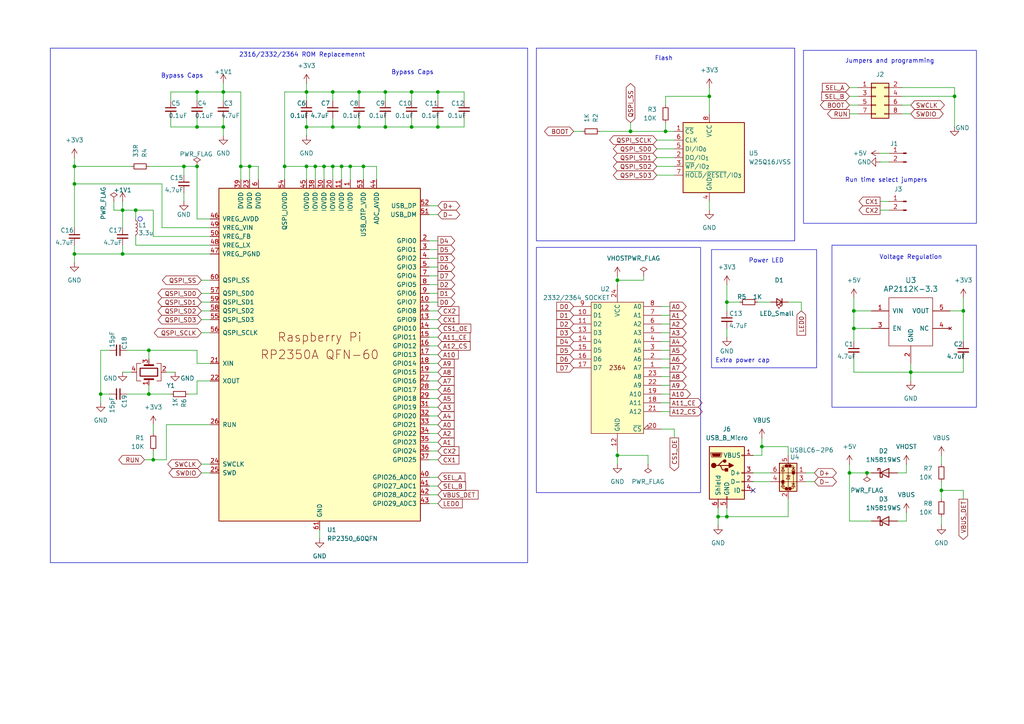
<source format=kicad_sch>
(kicad_sch (version 20250114) (generator "eeschema") (generator_version "9.0")
  (paper "A4")
  (title_block (title "One ROM") (date "2025-12-04") (rev "Fire 24 rev B") (company "piers.rocks") (comment 1 "(c) Piers Finlayson 2025"))
  (lib_symbols
    (symbol "Connector:Conn_01x02_Pin" (pin_names (offset 1.016) (hide yes))
      (property "Reference" "J" (at 0 2.54 0))
      (property "Value" "Conn_01x02_Pin" (at 0 -5.08 0))
      (symbol "Conn_01x02_Pin_1_1"
        (pin passive line (at 5.08 0 180) (length 3.81) (name "Pin_1") (number "1"))
        (pin passive line (at 5.08 -2.54 180) (length 3.81) (name "Pin_2") (number "2"))
      )
    )
    (symbol "Connector:USB_B_Micro" (pin_names (offset 1.016))
      (property "Reference" "J" (at -5.08 11.43 0))
      (property "Value" "USB_B_Micro" (at -5.08 8.89 0))
      (symbol "USB_B_Micro_1_1"
        (pin passive line (at -2.54 -10.16 90) (length 2.54) (name "Shield") (number "6"))
        (pin power_out line (at 0 -10.16 90) (length 2.54) (name "GND") (number "5"))
        (pin power_out line (at 7.62 5.08 180) (length 2.54) (name "VBUS") (number "1"))
        (pin bidirectional line (at 7.62 0 180) (length 2.54) (name "D+") (number "3"))
        (pin bidirectional line (at 7.62 -2.54 180) (length 2.54) (name "D-") (number "2"))
        (pin passive line (at 7.62 -5.08 180) (length 2.54) (name "ID") (number "4"))
      )
    )
    (symbol "Connector_Generic:Conn_02x04_Odd_Even" (pin_names (offset 1.016) (hide yes))
      (property "Reference" "J" (at 1.27 5.08 0))
      (property "Value" "Conn_02x04_Odd_Even" (at 1.27 -7.62 0))
      (symbol "Conn_02x04_Odd_Even_1_1"
        (pin passive line (at -5.08 2.54 0) (length 3.81) (name "Pin_1") (number "1"))
        (pin passive line (at -5.08 0 0) (length 3.81) (name "Pin_3") (number "3"))
        (pin passive line (at -5.08 -2.54 0) (length 3.81) (name "Pin_5") (number "5"))
        (pin passive line (at -5.08 -5.08 0) (length 3.81) (name "Pin_7") (number "7"))
        (pin passive line (at 7.62 2.54 180) (length 3.81) (name "Pin_2") (number "2"))
        (pin passive line (at 7.62 0 180) (length 3.81) (name "Pin_4") (number "4"))
        (pin passive line (at 7.62 -2.54 180) (length 3.81) (name "Pin_6") (number "6"))
        (pin passive line (at 7.62 -5.08 180) (length 3.81) (name "Pin_8") (number "8"))
      )
    )
    (symbol "Device:C_Small" (pin_numbers (hide yes)) (pin_names (offset 0.254) (hide yes))
      (property "Reference" "C" (at 0.254 1.778 0))
      (property "Value" "C_Small" (at 0.254 -2.032 0))
      (symbol "C_Small_1_1"
        (pin passive line (at 0 2.54 270) (length 2.032) (name "~") (number "1"))
        (pin passive line (at 0 -2.54 90) (length 2.032) (name "~") (number "2"))
      )
    )
    (symbol "Device:Crystal_GND24" (pin_names (offset 1.016) (hide yes))
      (property "Reference" "Y" (at 3.175 5.08 0))
      (property "Value" "Crystal_GND24" (at 3.175 3.175 0))
      (symbol "Crystal_GND24_1_1"
        (pin passive line (at -3.81 0 0) (length 1.27) (name "1") (number "1"))
        (pin passive line (at 0 5.08 270) (length 1.27) (name "2") (number "2"))
        (pin passive line (at 0 -5.08 90) (length 1.27) (name "4") (number "4"))
        (pin passive line (at 3.81 0 180) (length 1.27) (name "3") (number "3"))
      )
    )
    (symbol "Device:LED_Small" (pin_numbers (hide yes)) (pin_names (offset 0.254) (hide yes))
      (property "Reference" "D" (at -1.27 3.175 0))
      (property "Value" "LED_Small" (at -4.445 -2.54 0))
      (symbol "LED_Small_1_1"
        (pin passive line (at -2.54 0 0) (length 1.778) (name "K") (number "1"))
        (pin passive line (at 2.54 0 180) (length 1.778) (name "A") (number "2"))
      )
    )
    (symbol "Device:L_Small" (pin_numbers (hide yes)) (pin_names (offset 0.254) (hide yes))
      (property "Reference" "L" (at 0.762 1.016 0))
      (property "Value" "L_Small" (at 0.762 -1.016 0))
      (symbol "L_Small_1_1"
        (pin passive line (at 0 2.54 270) (length 0.508) (name "~") (number "1"))
        (pin passive line (at 0 -2.54 90) (length 0.508) (name "~") (number "2"))
      )
    )
    (symbol "Device:R_Small" (pin_numbers (hide yes)) (pin_names (offset 0.254) (hide yes))
      (property "Reference" "R" (at 0.762 0.508 0))
      (property "Value" "R_Small" (at 0.762 -1.016 0))
      (symbol "R_Small_1_1"
        (pin passive line (at 0 2.54 270) (length 0.762) (name "~") (number "1"))
        (pin passive line (at 0 -2.54 90) (length 0.762) (name "~") (number "2"))
      )
    )
    (symbol "Diode:1N5819WS" (pin_numbers (hide yes)) (pin_names (offset 1.016) (hide yes))
      (property "Reference" "D" (at 0 2.54 0))
      (property "Value" "1N5819WS" (at 0 -2.54 0))
      (symbol "1N5819WS_1_1"
        (pin passive line (at -3.81 0 0) (length 2.54) (name "K") (number "1"))
        (pin passive line (at 3.81 0 180) (length 2.54) (name "A") (number "2"))
      )
    )
    (symbol "Memory_Flash:W25Q16JVSS"
      (property "Reference" "U" (at -6.35 11.43 0))
      (property "Value" "W25Q16JVSS" (at 7.62 11.43 0))
      (symbol "W25Q16JVSS_1_1"
        (pin input line (at -10.16 7.62 0) (length 2.54) (name "~{CS}") (number "1"))
        (pin input line (at -10.16 5.08 0) (length 2.54) (name "CLK") (number "6"))
        (pin bidirectional line (at -10.16 2.54 0) (length 2.54) (name "DI/IO_{0}") (number "5"))
        (pin bidirectional line (at -10.16 0 0) (length 2.54) (name "DO/IO_{1}") (number "2"))
        (pin bidirectional line (at -10.16 -2.54 0) (length 2.54) (name "~{WP}/IO_{2}") (number "3"))
        (pin bidirectional line (at -10.16 -5.08 0) (length 2.54) (name "~{HOLD}/~{RESET}/IO_{3}") (number "7"))
        (pin power_in line (at 0 12.7 270) (length 2.54) (name "VCC") (number "8"))
        (pin power_in line (at 0 -12.7 90) (length 2.54) (name "GND") (number "4"))
      )
    )
    (symbol "Power_Protection:USBLC6-2P6" (pin_names (hide yes))
      (property "Reference" "U" (at 0.635 5.715 0))
      (property "Value" "USBLC6-2P6" (at 0.635 3.81 0))
      (symbol "USBLC6-2P6_1_1"
        (pin passive line (at -5.08 0 0) (length 2.54) (name "I/O1") (number "1"))
        (pin passive line (at -5.08 -2.54 0) (length 2.54) (name "I/O2") (number "3"))
        (pin passive line (at 0 5.08 270) (length 2.54) (name "VBUS") (number "5"))
        (pin passive line (at 0 -7.62 90) (length 2.54) (name "GND") (number "2"))
        (pin passive line (at 5.08 0 180) (length 2.54) (name "I/O1") (number "6"))
        (pin passive line (at 5.08 -2.54 180) (length 2.54) (name "I/O2") (number "4"))
      )
    )
    (symbol "RP:RP2350_60QFN" (pin_names (offset 1.016))
      (property "Reference" "U" (at -29.21 49.53 0))
      (property "Value" "RP2350_60QFN" (at 24.13 -49.53 0))
      (symbol "RP2350_60QFN_0_0"
        (text "Raspberry Pi" (at 0 5.08 0) (effects (font (size 2.54 2.54))))
      )
      (symbol "RP2350_60QFN_1_0"
        (text "RP2350A QFN-60" (at 0 0 0) (effects (font (size 2.54 2.54))))
      )
      (symbol "RP2350_60QFN_1_1"
        (pin power_in line (at -31.75 39.37 0) (length 2.54) (name "VREG_AVDD") (number "46"))
        (pin power_in line (at -31.75 36.83 0) (length 2.54) (name "VREG_VIN") (number "49"))
        (pin input line (at -31.75 34.29 0) (length 2.54) (name "VREG_FB") (number "50"))
        (pin power_out line (at -31.75 31.75 0) (length 2.54) (name "VREG_LX") (number "48"))
        (pin power_in line (at -31.75 29.21 0) (length 2.54) (name "VREG_PGND") (number "47"))
        (pin bidirectional line (at -31.75 21.59 0) (length 2.54) (name "QSPI_SS") (number "60"))
        (pin bidirectional line (at -31.75 17.78 0) (length 2.54) (name "QSPI_SD0") (number "57"))
        (pin bidirectional line (at -31.75 15.24 0) (length 2.54) (name "QSPI_SD1") (number "59"))
        (pin bidirectional line (at -31.75 12.7 0) (length 2.54) (name "QSPI_SD2") (number "58"))
        (pin bidirectional line (at -31.75 10.16 0) (length 2.54) (name "QSPI_SD3") (number "55"))
        (pin output line (at -31.75 6.35 0) (length 2.54) (name "QSPI_SCLK") (number "56"))
        (pin input line (at -31.75 -2.54 0) (length 2.54) (name "XIN") (number "21"))
        (pin passive line (at -31.75 -7.62 0) (length 2.54) (name "XOUT") (number "22"))
        (pin input line (at -31.75 -20.32 0) (length 2.54) (name "RUN") (number "26"))
        (pin output line (at -31.75 -31.75 0) (length 2.54) (name "SWCLK") (number "24"))
        (pin bidirectional line (at -31.75 -34.29 0) (length 2.54) (name "SWD") (number "25"))
        (pin power_in line (at -22.86 50.8 270) (length 2.54) (name "DVDD") (number "39"))
        (pin power_in line (at -20.32 50.8 270) (length 2.54) (name "DVDD") (number "23"))
        (pin power_in line (at -17.78 50.8 270) (length 2.54) (name "DVDD") (number "6"))
        (pin power_in line (at -10.16 50.8 270) (length 2.54) (name "QSPI_IOVDD") (number "54"))
        (pin power_in line (at -3.81 50.8 270) (length 2.54) (name "IOVDD") (number "45"))
        (pin power_in line (at -1.27 50.8 270) (length 2.54) (name "IOVDD") (number "38"))
        (pin power_in line (at 0 -50.8 90) (length 2.54) (name "GND") (number "61"))
        (pin power_in line (at 1.27 50.8 270) (length 2.54) (name "IOVDD") (number "30"))
        (pin power_in line (at 3.81 50.8 270) (length 2.54) (name "IOVDD") (number "20"))
        (pin power_in line (at 6.35 50.8 270) (length 2.54) (name "IOVDD") (number "11"))
        (pin power_in line (at 8.89 50.8 270) (length 2.54) (name "IOVDD") (number "1"))
        (pin power_in line (at 12.7 50.8 270) (length 2.54) (name "USB_OTP_VDD") (number "53"))
        (pin power_in line (at 16.51 50.8 270) (length 2.54) (name "ADC_AVDD") (number "44"))
        (pin bidirectional line (at 31.75 43.18 180) (length 2.54) (name "USB_DP") (number "52"))
        (pin bidirectional line (at 31.75 40.64 180) (length 2.54) (name "USB_DM") (number "51"))
        (pin bidirectional line (at 31.75 33.02 180) (length 2.54) (name "GPIO0") (number "2"))
        (pin bidirectional line (at 31.75 30.48 180) (length 2.54) (name "GPIO1") (number "3"))
        (pin bidirectional line (at 31.75 27.94 180) (length 2.54) (name "GPIO2") (number "4"))
        (pin bidirectional line (at 31.75 25.4 180) (length 2.54) (name "GPIO3") (number "5"))
        (pin bidirectional line (at 31.75 22.86 180) (length 2.54) (name "GPIO4") (number "7"))
        (pin bidirectional line (at 31.75 20.32 180) (length 2.54) (name "GPIO5") (number "8"))
        (pin bidirectional line (at 31.75 17.78 180) (length 2.54) (name "GPIO6") (number "9"))
        (pin bidirectional line (at 31.75 15.24 180) (length 2.54) (name "GPIO7") (number "10"))
        (pin bidirectional line (at 31.75 12.7 180) (length 2.54) (name "GPIO8") (number "12"))
        (pin bidirectional line (at 31.75 10.16 180) (length 2.54) (name "GPIO9") (number "13"))
        (pin bidirectional line (at 31.75 7.62 180) (length 2.54) (name "GPIO10") (number "14"))
        (pin bidirectional line (at 31.75 5.08 180) (length 2.54) (name "GPIO11") (number "15"))
        (pin bidirectional line (at 31.75 2.54 180) (length 2.54) (name "GPIO12") (number "16"))
        (pin bidirectional line (at 31.75 0 180) (length 2.54) (name "GPIO13") (number "17"))
        (pin bidirectional line (at 31.75 -2.54 180) (length 2.54) (name "GPIO14") (number "18"))
        (pin bidirectional line (at 31.75 -5.08 180) (length 2.54) (name "GPIO15") (number "19"))
        (pin bidirectional line (at 31.75 -7.62 180) (length 2.54) (name "GPIO16") (number "27"))
        (pin bidirectional line (at 31.75 -10.16 180) (length 2.54) (name "GPIO17") (number "28"))
        (pin bidirectional line (at 31.75 -12.7 180) (length 2.54) (name "GPIO18") (number "29"))
        (pin bidirectional line (at 31.75 -15.24 180) (length 2.54) (name "GPIO19") (number "31"))
        (pin bidirectional line (at 31.75 -17.78 180) (length 2.54) (name "GPIO20") (number "32"))
        (pin bidirectional line (at 31.75 -20.32 180) (length 2.54) (name "GPIO21") (number "33"))
        (pin bidirectional line (at 31.75 -22.86 180) (length 2.54) (name "GPIO22") (number "34"))
        (pin bidirectional line (at 31.75 -25.4 180) (length 2.54) (name "GPIO23") (number "35"))
        (pin bidirectional line (at 31.75 -27.94 180) (length 2.54) (name "GPIO24") (number "36"))
        (pin bidirectional line (at 31.75 -30.48 180) (length 2.54) (name "GPIO25") (number "37"))
        (pin bidirectional line (at 31.75 -35.56 180) (length 2.54) (name "GPIO26_ADC0") (number "40"))
        (pin bidirectional line (at 31.75 -38.1 180) (length 2.54) (name "GPIO27_ADC1") (number "41"))
        (pin bidirectional line (at 31.75 -40.64 180) (length 2.54) (name "GPIO28_ADC2") (number "42"))
        (pin bidirectional line (at 31.75 -43.18 180) (length 2.54) (name "GPIO29_ADC3") (number "43"))
      )
    )
    (symbol "piers_old:RT9013" (pin_names (offset 1.016))
      (property "Reference" "U" (at 5.08 11.43 0))
      (property "Value" "RT9013" (at -2.54 11.43 0))
      (symbol "RT9013_1_1"
        (pin power_in line (at -11.43 5.08 0) (length 5.08) (name "VIN") (number "1"))
        (pin input line (at -11.43 0 0) (length 5.08) (name "EN") (number "3"))
        (pin power_in line (at 0 -10.16 90) (length 5.08) (name "GND") (number "2"))
        (pin power_out line (at 11.43 5.08 180) (length 5.08) (name "VOUT") (number "5"))
        (pin no_connect line (at 11.43 0 180) (length 5.08) (name "NC") (number "4"))
      )
    )
    (symbol "piers_retro:2364"
      (property "Reference" "U" (at 3.048 23.114 0))
      (symbol "2364_1_1"
        (text "2364" (at 0 0 0) (effects (font (size 1.27 1.27))))
        (pin input line (at -12.7 17.78 0) (length 5.08) (name "A0") (number "8"))
        (pin input line (at -12.7 15.24 0) (length 5.08) (name "A1") (number "7"))
        (pin input line (at -12.7 12.7 0) (length 5.08) (name "A2") (number "6"))
        (pin input line (at -12.7 10.16 0) (length 5.08) (name "A3") (number "5"))
        (pin input line (at -12.7 7.62 0) (length 5.08) (name "A4") (number "4"))
        (pin input line (at -12.7 5.08 0) (length 5.08) (name "A5") (number "3"))
        (pin input line (at -12.7 2.54 0) (length 5.08) (name "A6") (number "2"))
        (pin input line (at -12.7 0 0) (length 5.08) (name "A7") (number "1"))
        (pin input line (at -12.7 -2.54 0) (length 5.08) (name "A8") (number "23"))
        (pin input line (at -12.7 -5.08 0) (length 5.08) (name "A9") (number "22"))
        (pin input line (at -12.7 -7.62 0) (length 5.08) (name "A10") (number "19"))
        (pin input line (at -12.7 -10.16 0) (length 5.08) (name "A11") (number "18"))
        (pin input line (at -12.7 -12.7 0) (length 5.08) (name "A12") (number "21"))
        (pin input input_low (at -12.7 -17.78 0) (length 5.08) (name "~{CS}") (number "20"))
        (pin power_in line (at 0 24.13 270) (length 5.08) (name "VCC") (number "24"))
        (pin power_in line (at 0 -24.13 90) (length 5.08) (name "GND") (number "12"))
        (pin tri_state line (at 12.7 17.78 180) (length 5.08) (name "D0") (number "9"))
        (pin tri_state line (at 12.7 15.24 180) (length 5.08) (name "D1") (number "10"))
        (pin tri_state line (at 12.7 12.7 180) (length 5.08) (name "D2") (number "11"))
        (pin tri_state line (at 12.7 10.16 180) (length 5.08) (name "D3") (number "13"))
        (pin tri_state line (at 12.7 7.62 180) (length 5.08) (name "D4") (number "14"))
        (pin tri_state line (at 12.7 5.08 180) (length 5.08) (name "D5") (number "15"))
        (pin tri_state line (at 12.7 2.54 180) (length 5.08) (name "D6") (number "16"))
        (pin tri_state line (at 12.7 0 180) (length 5.08) (name "D7") (number "17"))
      )
    )
    (symbol "power:+1V1" (power) (pin_numbers (hide yes)) (pin_names (offset 0) (hide yes))
      (property "Value" "+1V1" (at 0 3.556 0))
      (symbol "+1V1_1_1"
        (pin power_in line (at 0 0 90) (length 0) (name "~") (number "1"))
      )
    )
    (symbol "power:+3V3" (power) (pin_numbers (hide yes)) (pin_names (offset 0) (hide yes))
      (property "Value" "+3V3" (at 0 3.556 0))
      (symbol "+3V3_1_1"
        (pin power_in line (at 0 0 90) (length 0) (name "~") (number "1"))
      )
    )
    (symbol "power:+5V" (power) (pin_numbers (hide yes)) (pin_names (offset 0) (hide yes))
      (property "Value" "+5V" (at 0 3.556 0))
      (symbol "+5V_1_1"
        (pin power_in line (at 0 0 90) (length 0) (name "~") (number "1"))
      )
    )
    (symbol "power:GND" (power) (pin_numbers (hide yes)) (pin_names (offset 0) (hide yes))
      (property "Value" "GND" (at 0 -3.81 0))
      (symbol "GND_1_1"
        (pin power_in line (at 0 0 270) (length 0) (name "~") (number "1"))
      )
    )
    (symbol "power:PWR_FLAG" (power) (pin_numbers (hide yes)) (pin_names (offset 0) (hide yes))
      (property "Value" "PWR_FLAG" (at 0 3.81 0))
      (symbol "PWR_FLAG_0_0"
        (pin power_out line (at 0 0 90) (length 0) (name "~") (number "1"))
      )
    )
  )
  (rectangle (start 155.575 71.755) (end 203.2 142.875))
  (circle (center 40.64 63.5) (radius 0.635))
  (rectangle (start 155.575 13.97) (end 230.505 69.85))
  (rectangle (start 236.855 99.06) (end 236.855 99.06))
  (rectangle (start 14.605 13.97) (end 153.035 163.195))
  (rectangle (start 233.045 14.605) (end 283.21 64.77))
  (rectangle (start 206.375 72.39) (end 236.855 106.68))
  (rectangle (start 241.3 71.12) (end 283.21 118.11))
  (text "Run time select jumpers" (at 257.048 52.324 0) (effects (font (size 1.27 1.27))))
  (text "Voltage Regulation" (at 264.16 74.676 0) (effects (font (size 1.27 1.27))))
  (text "Extra power cap" (at 215.392 104.648 0) (effects (font (size 1.27 1.27))))
  (text "2316/2332/2364 ROM Replacemennt" (at 87.63 16.002 0) (effects (font (size 1.27 1.27))))
  (text "Bypass Caps" (at 52.832 22.098 0) (effects (font (size 1.27 1.27))))
  (text "Power LED" (at 222.25 75.692 0) (effects (font (size 1.27 1.27))))
  (text "Bypass Caps" (at 119.634 21.082 0) (effects (font (size 1.27 1.27))))
  (text "Flash" (at 192.532 17.018 0) (effects (font (size 1.27 1.27))))
  (text "Jumpers and programming" (at 258.064 17.78 0) (effects (font (size 1.27 1.27))))
  (junction (at 35.56 60.96))
  (junction (at 21.59 48.26))
  (junction (at 21.59 73.66))
  (junction (at 104.14 36.83))
  (junction (at 104.14 26.67))
  (junction (at 82.55 48.26))
  (junction (at 96.52 36.83))
  (junction (at 179.07 132.08))
  (junction (at 273.05 142.24))
  (junction (at 72.39 48.26))
  (junction (at 119.38 26.67))
  (junction (at 57.15 36.83))
  (junction (at 43.18 114.3))
  (junction (at 111.76 36.83))
  (junction (at 29.21 114.3))
  (junction (at 182.88 38.1))
  (junction (at 35.56 73.66))
  (junction (at 69.85 48.26))
  (junction (at 64.77 26.67))
  (junction (at 208.28 149.86))
  (junction (at 205.74 27.94))
  (junction (at 179.07 81.28))
  (junction (at 247.65 90.17))
  (junction (at 96.52 48.26))
  (junction (at 88.9 26.67))
  (junction (at 57.15 26.67))
  (junction (at 105.41 48.26))
  (junction (at 91.44 48.26))
  (junction (at 264.16 107.95))
  (junction (at 99.06 48.26))
  (junction (at 21.59 53.34))
  (junction (at 101.6 48.26))
  (junction (at 210.82 149.86))
  (junction (at 88.9 48.26))
  (junction (at 210.82 87.63))
  (junction (at 247.65 95.25))
  (junction (at 93.98 48.26))
  (junction (at 53.34 48.26))
  (junction (at 44.45 133.35))
  (junction (at 193.04 38.1))
  (junction (at 127 26.67))
  (junction (at 88.9 36.83))
  (junction (at 246.38 137.16))
  (junction (at 127 36.83))
  (junction (at 96.52 26.67))
  (junction (at 220.98 129.54))
  (junction (at 119.38 36.83))
  (junction (at 39.37 60.96))
  (junction (at 64.77 36.83))
  (junction (at 111.76 26.67))
  (junction (at 251.46 137.16))
  (junction (at 279.4 90.17))
  (junction (at 57.15 48.26))
  (junction (at 276.86 27.94))
  (junction (at 43.18 101.6))
  (no_connect (at 218.44 142.24))
  (wire (pts (xy 279.4 90.17) (xy 279.4 99.06)))
  (wire (pts (xy 91.44 48.26) (xy 93.98 48.26)))
  (wire (pts (xy 232.41 87.63) (xy 232.41 90.17)))
  (wire (pts (xy 93.98 48.26) (xy 96.52 48.26)))
  (wire (pts (xy 186.69 81.28) (xy 179.07 81.28)))
  (wire (pts (xy 92.71 153.67) (xy 92.71 156.21)))
  (wire (pts (xy 44.45 68.58) (xy 60.96 68.58)))
  (wire (pts (xy 43.18 101.6) (xy 43.18 104.14)))
  (wire (pts (xy 220.98 129.54) (xy 228.6 129.54)))
  (wire (pts (xy 104.14 29.21) (xy 104.14 26.67)))
  (wire (pts (xy 119.38 34.29) (xy 119.38 36.83)))
  (wire (pts (xy 191.77 101.6) (xy 194.31 101.6)))
  (wire (pts (xy 69.85 26.67) (xy 64.77 26.67)))
  (wire (pts (xy 58.42 92.71) (xy 60.96 92.71)))
  (wire (pts (xy 88.9 52.07) (xy 88.9 48.26)))
  (wire (pts (xy 208.28 147.32) (xy 208.28 149.86)))
  (wire (pts (xy 104.14 36.83) (xy 104.14 34.29)))
  (wire (pts (xy 246.38 30.48) (xy 248.92 30.48)))
  (wire (pts (xy 43.18 111.76) (xy 43.18 114.3)))
  (wire (pts (xy 124.46 128.27) (xy 127 128.27)))
  (wire (pts (xy 273.05 132.08) (xy 273.05 134.62)))
  (wire (pts (xy 246.38 25.4) (xy 248.92 25.4)))
  (wire (pts (xy 247.65 107.95) (xy 264.16 107.95)))
  (wire (pts (xy 127 77.47) (xy 124.46 77.47)))
  (wire (pts (xy 49.53 26.67) (xy 49.53 29.21)))
  (wire (pts (xy 93.98 48.26) (xy 93.98 52.07)))
  (wire (pts (xy 99.06 48.26) (xy 99.06 52.07)))
  (wire (pts (xy 29.21 116.84) (xy 29.21 114.3)))
  (wire (pts (xy 101.6 52.07) (xy 101.6 48.26)))
  (wire (pts (xy 21.59 48.26) (xy 21.59 53.34)))
  (wire (pts (xy 195.58 124.46) (xy 195.58 127)))
  (wire (pts (xy 262.89 134.62) (xy 262.89 137.16)))
  (wire (pts (xy 53.34 55.88) (xy 53.34 58.42)))
  (wire (pts (xy 127 146.05) (xy 124.46 146.05)))
  (wire (pts (xy 191.77 96.52) (xy 194.31 96.52)))
  (wire (pts (xy 119.38 26.67) (xy 127 26.67)))
  (wire (pts (xy 91.44 52.07) (xy 91.44 48.26)))
  (wire (pts (xy 57.15 36.83) (xy 64.77 36.83)))
  (wire (pts (xy 264.16 107.95) (xy 264.16 110.49)))
  (wire (pts (xy 276.86 27.94) (xy 276.86 25.4)))
  (wire (pts (xy 57.15 36.83) (xy 57.15 34.29)))
  (wire (pts (xy 246.38 27.94) (xy 248.92 27.94)))
  (wire (pts (xy 255.27 44.45) (xy 257.81 44.45)))
  (wire (pts (xy 35.56 60.96) (xy 35.56 66.04)))
  (wire (pts (xy 233.68 139.7) (xy 236.22 139.7)))
  (wire (pts (xy 57.15 110.49) (xy 60.96 110.49)))
  (wire (pts (xy 233.68 137.16) (xy 236.22 137.16)))
  (wire (pts (xy 210.82 87.63) (xy 210.82 90.17)))
  (wire (pts (xy 210.82 95.25) (xy 210.82 97.79)))
  (wire (pts (xy 82.55 52.07) (xy 82.55 48.26)))
  (wire (pts (xy 58.42 96.52) (xy 60.96 96.52)))
  (wire (pts (xy 191.77 88.9) (xy 194.31 88.9)))
  (wire (pts (xy 39.37 71.12) (xy 39.37 68.58)))
  (wire (pts (xy 29.21 114.3) (xy 29.21 101.6)))
  (wire (pts (xy 57.15 48.26) (xy 53.34 48.26)))
  (wire (pts (xy 104.14 26.67) (xy 111.76 26.67)))
  (wire (pts (xy 205.74 25.4) (xy 205.74 27.94)))
  (wire (pts (xy 220.98 129.54) (xy 220.98 127)))
  (wire (pts (xy 88.9 26.67) (xy 88.9 29.21)))
  (wire (pts (xy 96.52 34.29) (xy 96.52 36.83)))
  (wire (pts (xy 124.46 100.33) (xy 127 100.33)))
  (wire (pts (xy 36.83 114.3) (xy 43.18 114.3)))
  (wire (pts (xy 44.45 123.19) (xy 44.45 125.73)))
  (wire (pts (xy 46.99 53.34) (xy 21.59 53.34)))
  (wire (pts (xy 39.37 60.96) (xy 44.45 60.96)))
  (wire (pts (xy 57.15 26.67) (xy 64.77 26.67)))
  (wire (pts (xy 64.77 24.13) (xy 64.77 26.67)))
  (wire (pts (xy 279.4 107.95) (xy 279.4 104.14)))
  (wire (pts (xy 60.96 66.04) (xy 46.99 66.04)))
  (wire (pts (xy 74.93 48.26) (xy 72.39 48.26)))
  (wire (pts (xy 21.59 73.66) (xy 35.56 73.66)))
  (wire (pts (xy 210.82 82.55) (xy 210.82 87.63)))
  (wire (pts (xy 88.9 48.26) (xy 91.44 48.26)))
  (wire (pts (xy 127 69.85) (xy 124.46 69.85)))
  (wire (pts (xy 247.65 95.25) (xy 247.65 99.06)))
  (wire (pts (xy 35.56 71.12) (xy 35.56 73.66)))
  (wire (pts (xy 48.26 123.19) (xy 48.26 133.35)))
  (wire (pts (xy 127 138.43) (xy 124.46 138.43)))
  (wire (pts (xy 104.14 36.83) (xy 111.76 36.83)))
  (wire (pts (xy 124.46 95.25) (xy 127 95.25)))
  (wire (pts (xy 49.53 36.83) (xy 49.53 34.29)))
  (wire (pts (xy 35.56 107.95) (xy 38.1 107.95)))
  (wire (pts (xy 182.88 38.1) (xy 193.04 38.1)))
  (wire (pts (xy 205.74 27.94) (xy 205.74 33.02)))
  (wire (pts (xy 255.27 46.99) (xy 257.81 46.99)))
  (wire (pts (xy 166.37 38.1) (xy 168.91 38.1)))
  (wire (pts (xy 191.77 93.98) (xy 194.31 93.98)))
  (wire (pts (xy 21.59 45.72) (xy 21.59 48.26)))
  (wire (pts (xy 275.59 90.17) (xy 279.4 90.17)))
  (wire (pts (xy 119.38 36.83) (xy 127 36.83)))
  (wire (pts (xy 247.65 90.17) (xy 252.73 90.17)))
  (wire (pts (xy 53.34 48.26) (xy 53.34 50.8)))
  (wire (pts (xy 111.76 36.83) (xy 119.38 36.83)))
  (wire (pts (xy 273.05 142.24) (xy 279.4 142.24)))
  (wire (pts (xy 43.18 48.26) (xy 53.34 48.26)))
  (wire (pts (xy 246.38 137.16) (xy 246.38 151.13)))
  (wire (pts (xy 21.59 71.12) (xy 21.59 73.66)))
  (wire (pts (xy 58.42 87.63) (xy 60.96 87.63)))
  (wire (pts (xy 218.44 132.08) (xy 220.98 132.08)))
  (wire (pts (xy 228.6 132.08) (xy 228.6 129.54)))
  (wire (pts (xy 44.45 133.35) (xy 41.91 133.35)))
  (wire (pts (xy 261.62 27.94) (xy 276.86 27.94)))
  (wire (pts (xy 124.46 92.71) (xy 127 92.71)))
  (wire (pts (xy 29.21 101.6) (xy 31.75 101.6)))
  (wire (pts (xy 21.59 48.26) (xy 38.1 48.26)))
  (wire (pts (xy 273.05 149.86) (xy 273.05 152.4)))
  (wire (pts (xy 29.21 114.3) (xy 31.75 114.3)))
  (wire (pts (xy 190.5 43.18) (xy 195.58 43.18)))
  (wire (pts (xy 273.05 142.24) (xy 273.05 144.78)))
  (wire (pts (xy 35.56 73.66) (xy 60.96 73.66)))
  (wire (pts (xy 124.46 62.23) (xy 127 62.23)))
  (wire (pts (xy 64.77 26.67) (xy 64.77 29.21)))
  (wire (pts (xy 39.37 60.96) (xy 35.56 60.96)))
  (wire (pts (xy 247.65 90.17) (xy 247.65 95.25)))
  (wire (pts (xy 205.74 58.42) (xy 205.74 60.96)))
  (wire (pts (xy 88.9 36.83) (xy 88.9 34.29)))
  (wire (pts (xy 127 140.97) (xy 124.46 140.97)))
  (wire (pts (xy 124.46 59.69) (xy 127 59.69)))
  (wire (pts (xy 255.27 60.96) (xy 257.81 60.96)))
  (wire (pts (xy 127 118.11) (xy 124.46 118.11)))
  (wire (pts (xy 220.98 132.08) (xy 220.98 129.54)))
  (wire (pts (xy 21.59 73.66) (xy 21.59 76.2)))
  (wire (pts (xy 88.9 26.67) (xy 96.52 26.67)))
  (wire (pts (xy 193.04 30.48) (xy 193.04 27.94)))
  (wire (pts (xy 39.37 60.96) (xy 39.37 63.5)))
  (wire (pts (xy 44.45 60.96) (xy 44.45 68.58)))
  (wire (pts (xy 124.46 107.95) (xy 127 107.95)))
  (wire (pts (xy 104.14 26.67) (xy 96.52 26.67)))
  (wire (pts (xy 58.42 134.62) (xy 60.96 134.62)))
  (wire (pts (xy 105.41 48.26) (xy 105.41 52.07)))
  (wire (pts (xy 232.41 87.63) (xy 228.6 87.63)))
  (wire (pts (xy 127 143.51) (xy 124.46 143.51)))
  (wire (pts (xy 88.9 24.13) (xy 88.9 26.67)))
  (wire (pts (xy 228.6 149.86) (xy 228.6 144.78)))
  (wire (pts (xy 124.46 90.17) (xy 127 90.17)))
  (wire (pts (xy 218.44 137.16) (xy 223.52 137.16)))
  (wire (pts (xy 48.26 133.35) (xy 44.45 133.35)))
  (wire (pts (xy 173.99 38.1) (xy 182.88 38.1)))
  (wire (pts (xy 127 26.67) (xy 134.62 26.67)))
  (wire (pts (xy 247.65 104.14) (xy 247.65 107.95)))
  (wire (pts (xy 127 36.83) (xy 134.62 36.83)))
  (wire (pts (xy 279.4 86.36) (xy 279.4 90.17)))
  (wire (pts (xy 124.46 113.03) (xy 127 113.03)))
  (wire (pts (xy 82.55 26.67) (xy 82.55 48.26)))
  (wire (pts (xy 246.38 137.16) (xy 251.46 137.16)))
  (wire (pts (xy 276.86 25.4) (xy 261.62 25.4)))
  (wire (pts (xy 191.77 114.3) (xy 194.31 114.3)))
  (wire (pts (xy 124.46 102.87) (xy 127 102.87)))
  (wire (pts (xy 127 26.67) (xy 127 29.21)))
  (wire (pts (xy 57.15 101.6) (xy 57.15 105.41)))
  (wire (pts (xy 218.44 139.7) (xy 223.52 139.7)))
  (wire (pts (xy 58.42 90.17) (xy 60.96 90.17)))
  (wire (pts (xy 191.77 124.46) (xy 195.58 124.46)))
  (wire (pts (xy 57.15 26.67) (xy 49.53 26.67)))
  (wire (pts (xy 190.5 48.26) (xy 195.58 48.26)))
  (wire (pts (xy 264.16 107.95) (xy 279.4 107.95)))
  (wire (pts (xy 101.6 48.26) (xy 105.41 48.26)))
  (wire (pts (xy 36.83 101.6) (xy 43.18 101.6)))
  (wire (pts (xy 54.61 114.3) (xy 57.15 114.3)))
  (wire (pts (xy 190.5 45.72) (xy 195.58 45.72)))
  (wire (pts (xy 49.53 36.83) (xy 57.15 36.83)))
  (wire (pts (xy 246.38 33.02) (xy 248.92 33.02)))
  (wire (pts (xy 134.62 26.67) (xy 134.62 29.21)))
  (wire (pts (xy 191.77 99.06) (xy 194.31 99.06)))
  (wire (pts (xy 82.55 26.67) (xy 88.9 26.67)))
  (wire (pts (xy 191.77 116.84) (xy 194.31 116.84)))
  (wire (pts (xy 44.45 130.81) (xy 44.45 133.35)))
  (wire (pts (xy 119.38 26.67) (xy 119.38 29.21)))
  (wire (pts (xy 190.5 50.8) (xy 195.58 50.8)))
  (wire (pts (xy 127 120.65) (xy 124.46 120.65)))
  (wire (pts (xy 72.39 48.26) (xy 69.85 48.26)))
  (wire (pts (xy 33.02 58.42) (xy 33.02 60.96)))
  (wire (pts (xy 35.56 58.42) (xy 35.56 60.96)))
  (wire (pts (xy 64.77 36.83) (xy 64.77 34.29)))
  (wire (pts (xy 273.05 139.7) (xy 273.05 142.24)))
  (wire (pts (xy 96.52 26.67) (xy 96.52 29.21)))
  (wire (pts (xy 191.77 106.68) (xy 194.31 106.68)))
  (wire (pts (xy 134.62 34.29) (xy 134.62 36.83)))
  (wire (pts (xy 276.86 27.94) (xy 276.86 36.83)))
  (wire (pts (xy 127 85.09) (xy 124.46 85.09)))
  (wire (pts (xy 179.07 130.81) (xy 179.07 132.08)))
  (wire (pts (xy 82.55 48.26) (xy 88.9 48.26)))
  (wire (pts (xy 33.02 60.96) (xy 35.56 60.96)))
  (wire (pts (xy 187.96 134.62) (xy 187.96 132.08)))
  (wire (pts (xy 105.41 48.26) (xy 109.22 48.26)))
  (wire (pts (xy 193.04 27.94) (xy 205.74 27.94)))
  (wire (pts (xy 191.77 109.22) (xy 194.31 109.22)))
  (wire (pts (xy 57.15 105.41) (xy 60.96 105.41)))
  (wire (pts (xy 251.46 137.16) (xy 252.73 137.16)))
  (wire (pts (xy 261.62 30.48) (xy 264.16 30.48)))
  (wire (pts (xy 43.18 101.6) (xy 57.15 101.6)))
  (wire (pts (xy 262.89 148.59) (xy 262.89 151.13)))
  (wire (pts (xy 124.46 130.81) (xy 127 130.81)))
  (wire (pts (xy 96.52 36.83) (xy 104.14 36.83)))
  (wire (pts (xy 193.04 38.1) (xy 195.58 38.1)))
  (wire (pts (xy 262.89 137.16) (xy 260.35 137.16)))
  (wire (pts (xy 88.9 36.83) (xy 88.9 39.37)))
  (wire (pts (xy 124.46 105.41) (xy 127 105.41)))
  (wire (pts (xy 57.15 114.3) (xy 57.15 110.49)))
  (wire (pts (xy 193.04 35.56) (xy 193.04 38.1)))
  (wire (pts (xy 124.46 125.73) (xy 127 125.73)))
  (wire (pts (xy 191.77 91.44) (xy 194.31 91.44)))
  (wire (pts (xy 187.96 132.08) (xy 179.07 132.08)))
  (wire (pts (xy 261.62 33.02) (xy 264.16 33.02)))
  (wire (pts (xy 179.07 80.01) (xy 179.07 81.28)))
  (wire (pts (xy 21.59 53.34) (xy 21.59 66.04)))
  (wire (pts (xy 124.46 115.57) (xy 127 115.57)))
  (wire (pts (xy 69.85 52.07) (xy 69.85 48.26)))
  (wire (pts (xy 279.4 142.24) (xy 279.4 144.78)))
  (wire (pts (xy 210.82 87.63) (xy 214.63 87.63)))
  (wire (pts (xy 186.69 80.01) (xy 186.69 81.28)))
  (wire (pts (xy 264.16 105.41) (xy 264.16 107.95)))
  (wire (pts (xy 179.07 81.28) (xy 179.07 82.55)))
  (wire (pts (xy 111.76 26.67) (xy 111.76 29.21)))
  (wire (pts (xy 60.96 71.12) (xy 39.37 71.12)))
  (wire (pts (xy 208.28 149.86) (xy 210.82 149.86)))
  (wire (pts (xy 43.18 114.3) (xy 49.53 114.3)))
  (wire (pts (xy 247.65 95.25) (xy 252.73 95.25)))
  (wire (pts (xy 262.89 151.13) (xy 260.35 151.13)))
  (wire (pts (xy 58.42 137.16) (xy 60.96 137.16)))
  (wire (pts (xy 246.38 151.13) (xy 252.73 151.13)))
  (wire (pts (xy 72.39 52.07) (xy 72.39 48.26)))
  (wire (pts (xy 96.52 48.26) (xy 99.06 48.26)))
  (wire (pts (xy 127 87.63) (xy 124.46 87.63)))
  (wire (pts (xy 179.07 132.08) (xy 179.07 134.62)))
  (wire (pts (xy 127 123.19) (xy 124.46 123.19)))
  (wire (pts (xy 191.77 111.76) (xy 194.31 111.76)))
  (wire (pts (xy 124.46 133.35) (xy 127 133.35)))
  (wire (pts (xy 127 82.55) (xy 124.46 82.55)))
  (wire (pts (xy 48.26 123.19) (xy 60.96 123.19)))
  (wire (pts (xy 57.15 63.5) (xy 57.15 48.26)))
  (wire (pts (xy 255.27 58.42) (xy 257.81 58.42)))
  (wire (pts (xy 69.85 48.26) (xy 69.85 26.67)))
  (wire (pts (xy 60.96 63.5) (xy 57.15 63.5)))
  (wire (pts (xy 191.77 119.38) (xy 194.31 119.38)))
  (wire (pts (xy 48.26 107.95) (xy 50.8 107.95)))
  (wire (pts (xy 124.46 110.49) (xy 127 110.49)))
  (wire (pts (xy 64.77 36.83) (xy 64.77 39.37)))
  (wire (pts (xy 109.22 52.07) (xy 109.22 48.26)))
  (wire (pts (xy 246.38 134.62) (xy 246.38 137.16)))
  (wire (pts (xy 124.46 97.79) (xy 127 97.79)))
  (wire (pts (xy 111.76 26.67) (xy 119.38 26.67)))
  (wire (pts (xy 57.15 26.67) (xy 57.15 29.21)))
  (wire (pts (xy 96.52 52.07) (xy 96.52 48.26)))
  (wire (pts (xy 210.82 149.86) (xy 210.82 147.32)))
  (wire (pts (xy 127 34.29) (xy 127 36.83)))
  (wire (pts (xy 208.28 149.86) (xy 208.28 152.4)))
  (wire (pts (xy 99.06 48.26) (xy 101.6 48.26)))
  (wire (pts (xy 191.77 104.14) (xy 194.31 104.14)))
  (wire (pts (xy 111.76 34.29) (xy 111.76 36.83)))
  (wire (pts (xy 210.82 149.86) (xy 228.6 149.86)))
  (wire (pts (xy 46.99 66.04) (xy 46.99 53.34)))
  (wire (pts (xy 127 80.01) (xy 124.46 80.01)))
  (wire (pts (xy 58.42 81.28) (xy 60.96 81.28)))
  (wire (pts (xy 127 74.93) (xy 124.46 74.93)))
  (wire (pts (xy 219.71 87.63) (xy 223.52 87.63)))
  (wire (pts (xy 74.93 52.07) (xy 74.93 48.26)))
  (wire (pts (xy 247.65 86.36) (xy 247.65 90.17)))
  (wire (pts (xy 58.42 85.09) (xy 60.96 85.09)))
  (wire (pts (xy 182.88 35.56) (xy 182.88 38.1)))
  (wire (pts (xy 127 72.39) (xy 124.46 72.39)))
  (wire (pts (xy 96.52 36.83) (xy 88.9 36.83)))
  (wire (pts (xy 190.5 40.64) (xy 195.58 40.64)))
  (global_label "A9" (shape output) (at 194.31 111.76 0) (property "Intersheetrefs" "${INTERSHEET_REFS}" (effects (hide yes))))
  (global_label "BOOT" (shape bidirectional) (at 246.38 30.48 180) (property "Intersheetrefs" "${INTERSHEET_REFS}" (effects (hide yes))))
  (global_label "SWCLK" (shape bidirectional) (at 58.42 134.62 180) (property "Intersheetrefs" "${INTERSHEET_REFS}" (effects (hide yes))))
  (global_label "SWDIO" (shape bidirectional) (at 264.16 33.02 0) (property "Intersheetrefs" "${INTERSHEET_REFS}" (effects (hide yes))))
  (global_label "A7" (shape input) (at 127 110.49 0) (property "Intersheetrefs" "${INTERSHEET_REFS}" (effects (hide yes))))
  (global_label "A11_CE" (shape input) (at 127 97.79 0) (property "Intersheetrefs" "${INTERSHEET_REFS}" (effects (hide yes))))
  (global_label "D+" (shape bidirectional) (at 236.22 137.16 0) (property "Intersheetrefs" "${INTERSHEET_REFS}" (effects (hide yes))))
  (global_label "A2" (shape output) (at 194.31 93.98 0) (property "Intersheetrefs" "${INTERSHEET_REFS}" (effects (hide yes))))
  (global_label "D6" (shape input) (at 166.37 104.14 180) (property "Intersheetrefs" "${INTERSHEET_REFS}" (effects (hide yes))))
  (global_label "D0" (shape input) (at 166.37 88.9 180) (property "Intersheetrefs" "${INTERSHEET_REFS}" (effects (hide yes))))
  (global_label "A0" (shape output) (at 194.31 88.9 0) (property "Intersheetrefs" "${INTERSHEET_REFS}" (effects (hide yes))))
  (global_label "QSPI_SD1" (shape bidirectional) (at 58.42 87.63 180) (property "Intersheetrefs" "${INTERSHEET_REFS}" (effects (hide yes))))
  (global_label "QSPI_SS" (shape bidirectional) (at 182.88 35.56 90) (property "Intersheetrefs" "${INTERSHEET_REFS}" (effects (hide yes))))
  (global_label "VBUS_DET" (shape input) (at 127 143.51 0) (property "Intersheetrefs" "${INTERSHEET_REFS}" (effects (hide yes))))
  (global_label "D2" (shape input) (at 166.37 93.98 180) (property "Intersheetrefs" "${INTERSHEET_REFS}" (effects (hide yes))))
  (global_label "A1" (shape output) (at 194.31 91.44 0) (property "Intersheetrefs" "${INTERSHEET_REFS}" (effects (hide yes))))
  (global_label "QSPI_SD3" (shape bidirectional) (at 58.42 92.71 180) (property "Intersheetrefs" "${INTERSHEET_REFS}" (effects (hide yes))))
  (global_label "D1" (shape input) (at 166.37 91.44 180) (property "Intersheetrefs" "${INTERSHEET_REFS}" (effects (hide yes))))
  (global_label "D7" (shape output) (at 127 80.01 0) (property "Intersheetrefs" "${INTERSHEET_REFS}" (effects (hide yes))))
  (global_label "QSPI_SD0" (shape bidirectional) (at 58.42 85.09 180) (property "Intersheetrefs" "${INTERSHEET_REFS}" (effects (hide yes))))
  (global_label "A3" (shape output) (at 194.31 96.52 0) (property "Intersheetrefs" "${INTERSHEET_REFS}" (effects (hide yes))))
  (global_label "A6" (shape output) (at 194.31 104.14 0) (property "Intersheetrefs" "${INTERSHEET_REFS}" (effects (hide yes))))
  (global_label "SEL_B" (shape input) (at 127 140.97 0) (property "Intersheetrefs" "${INTERSHEET_REFS}" (effects (hide yes))))
  (global_label "A6" (shape input) (at 127 113.03 0) (property "Intersheetrefs" "${INTERSHEET_REFS}" (effects (hide yes))))
  (global_label "D3" (shape output) (at 127 74.93 0) (property "Intersheetrefs" "${INTERSHEET_REFS}" (effects (hide yes))))
  (global_label "CX1" (shape input) (at 127 92.71 0) (property "Intersheetrefs" "${INTERSHEET_REFS}" (effects (hide yes))))
  (global_label "D0" (shape output) (at 127 87.63 0) (property "Intersheetrefs" "${INTERSHEET_REFS}" (effects (hide yes))))
  (global_label "D5" (shape output) (at 127 72.39 0) (property "Intersheetrefs" "${INTERSHEET_REFS}" (effects (hide yes))))
  (global_label "SWDIO" (shape bidirectional) (at 58.42 137.16 180) (property "Intersheetrefs" "${INTERSHEET_REFS}" (effects (hide yes))))
  (global_label "A12_CS" (shape input) (at 127 100.33 0) (property "Intersheetrefs" "${INTERSHEET_REFS}" (effects (hide yes))))
  (global_label "D-" (shape bidirectional) (at 127 62.23 0) (property "Intersheetrefs" "${INTERSHEET_REFS}" (effects (hide yes))))
  (global_label "A4" (shape output) (at 194.31 99.06 0) (property "Intersheetrefs" "${INTERSHEET_REFS}" (effects (hide yes))))
  (global_label "A9" (shape input) (at 127 105.41 0) (property "Intersheetrefs" "${INTERSHEET_REFS}" (effects (hide yes))))
  (global_label "A10" (shape input) (at 127 102.87 0) (property "Intersheetrefs" "${INTERSHEET_REFS}" (effects (hide yes))))
  (global_label "SEL_B" (shape input) (at 246.38 27.94 180) (property "Intersheetrefs" "${INTERSHEET_REFS}" (effects (hide yes))))
  (global_label "QSPI_SD1" (shape bidirectional) (at 190.5 45.72 180) (property "Intersheetrefs" "${INTERSHEET_REFS}" (effects (hide yes))))
  (global_label "QSPI_SS" (shape bidirectional) (at 58.42 81.28 180) (property "Intersheetrefs" "${INTERSHEET_REFS}" (effects (hide yes))))
  (global_label "CX2" (shape output) (at 255.27 60.96 180) (property "Intersheetrefs" "${INTERSHEET_REFS}" (effects (hide yes))))
  (global_label "CX2" (shape input) (at 127 90.17 0) (property "Intersheetrefs" "${INTERSHEET_REFS}" (effects (hide yes))))
  (global_label "D7" (shape input) (at 166.37 106.68 180) (property "Intersheetrefs" "${INTERSHEET_REFS}" (effects (hide yes))))
  (global_label "RUN" (shape output) (at 246.38 33.02 180) (property "Intersheetrefs" "${INTERSHEET_REFS}" (effects (hide yes))))
  (global_label "D-" (shape bidirectional) (at 236.22 139.7 0) (property "Intersheetrefs" "${INTERSHEET_REFS}" (effects (hide yes))))
  (global_label "D4" (shape input) (at 166.37 99.06 180) (property "Intersheetrefs" "${INTERSHEET_REFS}" (effects (hide yes))))
  (global_label "A1" (shape input) (at 127 128.27 0) (property "Intersheetrefs" "${INTERSHEET_REFS}" (effects (hide yes))))
  (global_label "A7" (shape output) (at 194.31 106.68 0) (property "Intersheetrefs" "${INTERSHEET_REFS}" (effects (hide yes))))
  (global_label "SEL_A" (shape input) (at 127 138.43 0) (property "Intersheetrefs" "${INTERSHEET_REFS}" (effects (hide yes))))
  (global_label "D2" (shape output) (at 127 82.55 0) (property "Intersheetrefs" "${INTERSHEET_REFS}" (effects (hide yes))))
  (global_label "D+" (shape bidirectional) (at 127 59.69 0) (property "Intersheetrefs" "${INTERSHEET_REFS}" (effects (hide yes))))
  (global_label "LED0" (shape input) (at 232.41 90.17 270) (property "Intersheetrefs" "${INTERSHEET_REFS}" (effects (hide yes))))
  (global_label "A5" (shape input) (at 127 115.57 0) (property "Intersheetrefs" "${INTERSHEET_REFS}" (effects (hide yes))))
  (global_label "QSPI_SCLK" (shape bidirectional) (at 190.5 40.64 180) (property "Intersheetrefs" "${INTERSHEET_REFS}" (effects (hide yes))))
  (global_label "CX1" (shape output) (at 255.27 58.42 180) (property "Intersheetrefs" "${INTERSHEET_REFS}" (effects (hide yes))))
  (global_label "A0" (shape input) (at 127 123.19 0) (property "Intersheetrefs" "${INTERSHEET_REFS}" (effects (hide yes))))
  (global_label "BOOT" (shape bidirectional) (at 166.37 38.1 180) (property "Intersheetrefs" "${INTERSHEET_REFS}" (effects (hide yes))))
  (global_label "LED0" (shape input) (at 127 146.05 0) (property "Intersheetrefs" "${INTERSHEET_REFS}" (effects (hide yes))))
  (global_label "SWCLK" (shape bidirectional) (at 264.16 30.48 0) (property "Intersheetrefs" "${INTERSHEET_REFS}" (effects (hide yes))))
  (global_label "QSPI_SD2" (shape bidirectional) (at 58.42 90.17 180) (property "Intersheetrefs" "${INTERSHEET_REFS}" (effects (hide yes))))
  (global_label "A5" (shape output) (at 194.31 101.6 0) (property "Intersheetrefs" "${INTERSHEET_REFS}" (effects (hide yes))))
  (global_label "A2" (shape input) (at 127 125.73 0) (property "Intersheetrefs" "${INTERSHEET_REFS}" (effects (hide yes))))
  (global_label "D1" (shape output) (at 127 85.09 0) (property "Intersheetrefs" "${INTERSHEET_REFS}" (effects (hide yes))))
  (global_label "A8" (shape output) (at 194.31 109.22 0) (property "Intersheetrefs" "${INTERSHEET_REFS}" (effects (hide yes))))
  (global_label "D4" (shape output) (at 127 69.85 0) (property "Intersheetrefs" "${INTERSHEET_REFS}" (effects (hide yes))))
  (global_label "A12_CS" (shape output) (at 194.31 119.38 0) (property "Intersheetrefs" "${INTERSHEET_REFS}" (effects (hide yes))))
  (global_label "QSPI_SD3" (shape bidirectional) (at 190.5 50.8 180) (property "Intersheetrefs" "${INTERSHEET_REFS}" (effects (hide yes))))
  (global_label "A10" (shape output) (at 194.31 114.3 0) (property "Intersheetrefs" "${INTERSHEET_REFS}" (effects (hide yes))))
  (global_label "CS1_OE" (shape output) (at 195.58 127 270) (property "Intersheetrefs" "${INTERSHEET_REFS}" (effects (hide yes))))
  (global_label "RUN" (shape bidirectional) (at 41.91 133.35 180) (property "Intersheetrefs" "${INTERSHEET_REFS}" (effects (hide yes))))
  (global_label "SEL_A" (shape input) (at 246.38 25.4 180) (property "Intersheetrefs" "${INTERSHEET_REFS}" (effects (hide yes))))
  (global_label "A11_CE" (shape output) (at 194.31 116.84 0) (property "Intersheetrefs" "${INTERSHEET_REFS}" (effects (hide yes))))
  (global_label "VBUS_DET" (shape output) (at 279.4 144.78 270) (property "Intersheetrefs" "${INTERSHEET_REFS}" (effects (hide yes))))
  (global_label "D6" (shape output) (at 127 77.47 0) (property "Intersheetrefs" "${INTERSHEET_REFS}" (effects (hide yes))))
  (global_label "QSPI_SD2" (shape bidirectional) (at 190.5 48.26 180) (property "Intersheetrefs" "${INTERSHEET_REFS}" (effects (hide yes))))
  (global_label "CS1_OE" (shape input) (at 127 95.25 0) (property "Intersheetrefs" "${INTERSHEET_REFS}" (effects (hide yes))))
  (global_label "QSPI_SCLK" (shape bidirectional) (at 58.42 96.52 180) (property "Intersheetrefs" "${INTERSHEET_REFS}" (effects (hide yes))))
  (global_label "A4" (shape input) (at 127 120.65 0) (property "Intersheetrefs" "${INTERSHEET_REFS}" (effects (hide yes))))
  (global_label "D5" (shape input) (at 166.37 101.6 180) (property "Intersheetrefs" "${INTERSHEET_REFS}" (effects (hide yes))))
  (global_label "A3" (shape input) (at 127 118.11 0) (property "Intersheetrefs" "${INTERSHEET_REFS}" (effects (hide yes))))
  (global_label "CX2" (shape input) (at 127 130.81 0) (property "Intersheetrefs" "${INTERSHEET_REFS}" (effects (hide yes))))
  (global_label "D3" (shape input) (at 166.37 96.52 180) (property "Intersheetrefs" "${INTERSHEET_REFS}" (effects (hide yes))))
  (global_label "CX1" (shape input) (at 127 133.35 0) (property "Intersheetrefs" "${INTERSHEET_REFS}" (effects (hide yes))))
  (global_label "QSPI_SD0" (shape bidirectional) (at 190.5 43.18 180) (property "Intersheetrefs" "${INTERSHEET_REFS}" (effects (hide yes))))
  (global_label "A8" (shape input) (at 127 107.95 0) (property "Intersheetrefs" "${INTERSHEET_REFS}" (effects (hide yes))))
  (symbol (lib_id "power:GND") (at 53.34 58.42 0) (unit 1)
    (property "Reference" "#PWR025" (effects (hide yes)))
    (property "Value" "GND" (at 53.34 62.23 0))
    (property "Description" "Power symbol creates a global label with name \"GND\" , ground" (effects (hide yes)))
  )
  (symbol (lib_id "Device:C_Small") (at 21.59 68.58 0) (mirror y) (unit 1)
    (property "Reference" "C16" (at 17.526 66.802 0) (effects (justify right)))
    (property "Value" "4.7uF" (at 16.002 70.358 0) (effects (justify right)))
    (property "Footprint" "RP2350_60QFN_minimal:C_0402_1005Metric_small_pads" (effects (hide yes)))
    (property "Description" "Unpolarized capacitor, small symbol" (effects (hide yes)))
    (property "Comment" "Samsung Electro-Mechanics CL05A475MP5NRNC" (effects (hide yes)))
    (property "LCSC" "C23733" (effects (hide yes)))
    (property "Price(10)" "$0.0048" (effects (hide yes)))
  )
  (symbol (lib_id "power:GND") (at 276.86 36.83 0) (unit 1)
    (property "Reference" "#PWR012" (effects (hide yes)))
    (property "Value" "GND" (at 279.146 37.084 0))
    (property "Description" "Power symbol creates a global label with name \"GND\" , ground" (effects (hide yes)))
  )
  (symbol (lib_id "power:GND") (at 205.74 60.96 0) (unit 1)
    (property "Reference" "#PWR022" (effects (hide yes)))
    (property "Value" "GND" (at 205.74 66.04 0))
    (property "Description" "Power symbol creates a global label with name \"GND\" , ground" (effects (hide yes)))
  )
  (symbol (lib_id "Device:R_Small") (at 52.07 114.3 270) (unit 1)
    (property "Reference" "R6" (at 53.34 115.57 0) (effects (justify left)))
    (property "Value" "1K" (at 50.8 115.316 0) (effects (justify left)))
    (property "Footprint" "Resistor_SMD:R_0402_1005Metric" (effects (hide yes)))
    (property "Description" "Resistor, small symbol" (effects (hide yes)))
    (property "Comment" "UNI-ROYAL(Uniroyal Elec) 0402WGF1001TCE" (effects (hide yes)))
    (property "LCSC" "C11702" (effects (hide yes)))
    (property "Price(10)" "$0.0005" (effects (hide yes)))
  )
  (symbol (lib_id "power:GND") (at 29.21 116.84 0) (unit 1)
    (property "Reference" "#PWR029" (effects (hide yes)))
    (property "Value" "GND" (at 29.21 121.92 0))
    (property "Description" "Power symbol creates a global label with name \"GND\" , ground" (effects (hide yes)))
  )
  (symbol (lib_id "power:PWR_FLAG") (at 186.69 80.01 0) (unit 1)
    (property "Reference" "#FLG01" (effects (hide yes)))
    (property "Value" "PWR_FLAG" (at 186.69 74.93 0))
    (property "Description" "Special symbol for telling ERC where power comes from" (effects (hide yes)))
  )
  (symbol (lib_id "Device:LED_Small") (at 226.06 87.63 180) (unit 1)
    (property "Reference" "D1" (at 225.9965 81.28 0))
    (property "Value" "LED_Small" (at 225.298 90.932 0))
    (property "Footprint" "LED_SMD:LED_0603_1608Metric" (effects (hide yes)))
    (property "Description" "Light emitting diode, small symbol" (effects (hide yes)))
    (property "Comment" "Hubei KENTO Elec KT-0603R" (effects (hide yes)))
    (property "LCSC" "C2286" (effects (hide yes)))
    (property "Price(10)" "$0.0056" (effects (hide yes)))
  )
  (symbol (lib_id "Connector_Generic:Conn_02x04_Odd_Even") (at 254 27.94 0) (unit 1)
    (property "Reference" "J2" (at 255.27 21.59 0))
    (property "Value" "Conn_02x04_Odd_Even" (effects (hide yes)))
    (property "Footprint" "piers footprints:PinHeader_2x04_P2.54mm_Vertical custom silkscreen" (effects (hide yes)))
    (property "Description" "Generic connector, double row, 02x04, odd/even pin numbering scheme (row 1 odd numbers, row 2 even numbers), script generated (kicad-library-utils/schlib/autogen/connector/)" (effects (hide yes)))
  )
  (symbol (lib_id "Connector:Conn_01x02_Pin") (at 262.89 58.42 0) (mirror y) (unit 1)
    (property "Reference" "J3" (at 259.334 54.864 0) (effects (justify right)))
    (property "Value" "Conn_01x02_Pin" (effects (hide yes)))
    (property "Footprint" "Connector_PinHeader_2.54mm:PinHeader_1x02_P2.54mm_Vertical" (effects (hide yes)))
    (property "Description" "Generic connector, single row, 01x02, script generated" (effects (hide yes)))
  )
  (symbol (lib_id "Device:C_Small") (at 49.53 31.75 0) (unit 1)
    (property "Reference" "C5" (at 52.324 29.972 0) (effects (justify right)))
    (property "Value" "0.1uF" (at 54.356 33.528 0) (effects (justify right)))
    (property "Footprint" "Capacitor_SMD:C_0402_1005Metric" (effects (hide yes)))
    (property "Description" "Unpolarized capacitor, small symbol" (effects (hide yes)))
    (property "Comment" "Samsung Electro-Mechanics CL05B104KO5NNNC" (effects (hide yes)))
    (property "LCSC" "C1525" (effects (hide yes)))
    (property "Price(10)" "$0.0011" (effects (hide yes)))
  )
  (symbol (lib_id "RP:RP2350_60QFN") (at 92.71 102.87 0) (unit 1)
    (property "Reference" "U1" (at 94.8533 153.67 0) (effects (justify left)))
    (property "Value" "RP2350_60QFN" (at 94.8533 156.21 0) (effects (justify left)))
    (property "Footprint" "RP2350_60QFN_minimal:RP2350-QFN-60-1EP_7x7_P0.4mm_EP3.4x3.4mm_ThermalVias" (effects (hide yes)))
    (property "LCSC" "C42411118" (effects (hide yes)))
    (property "Comment" "Raspberry Pi RP2350A" (effects (hide yes)))
    (property "Price(10)" "$1.4430" (effects (hide yes)))
  )
  (symbol (lib_id "power:GND") (at 273.05 152.4 0) (unit 1)
    (property "Reference" "#PWR03" (effects (hide yes)))
    (property "Value" "GND" (at 273.05 157.48 0))
    (property "Description" "Power symbol creates a global label with name \"GND\" , ground" (effects (hide yes)))
  )
  (symbol (lib_id "Device:C_Small") (at 96.52 31.75 0) (unit 1)
    (property "Reference" "C7" (at 95.758 29.972 0) (effects (justify right)))
    (property "Value" "4.7uF" (at 95.504 33.528 0) (effects (justify right)))
    (property "Footprint" "Capacitor_SMD:C_0402_1005Metric" (effects (hide yes)))
    (property "Description" "Unpolarized capacitor, small symbol" (effects (hide yes)))
    (property "Comment" "Samsung Electro-Mechanics CL05A475MP5NRNC" (effects (hide yes)))
    (property "LCSC" "C23733" (effects (hide yes)))
    (property "Price(10)" "$0.0048" (effects (hide yes)))
  )
  (symbol (lib_id "power:+3V3") (at 205.74 25.4 0) (unit 1)
    (property "Reference" "#PWR021" (effects (hide yes)))
    (property "Value" "+3V3" (at 205.74 20.32 0))
    (property "Description" "Power symbol creates a global label with name \"+3V3\"" (effects (hide yes)))
  )
  (symbol (lib_id "power:GND") (at 21.59 76.2 0) (unit 1)
    (property "Reference" "#PWR024" (effects (hide yes)))
    (property "Value" "GND" (at 21.59 81.28 0))
    (property "Description" "Power symbol creates a global label with name \"GND\" , ground" (effects (hide yes)))
  )
  (symbol (lib_id "Connector:USB_B_Micro") (at 210.82 137.16 0) (unit 1)
    (property "Reference" "J6" (at 210.82 124.46 0))
    (property "Value" "USB_B_Micro" (at 210.82 127 0))
    (property "Footprint" "piers footprints:USB_Micro-B_micro_xnj_073_C404969" (effects (hide yes)))
    (property "Description" "USB Micro Type B connector" (effects (hide yes)))
    (property "LCSC" "C404969" (effects (hide yes)))
  )
  (symbol (lib_id "power:GND") (at 208.28 152.4 0) (unit 1)
    (property "Reference" "#PWR010" (effects (hide yes)))
    (property "Value" "GND" (at 208.28 157.48 0))
    (property "Description" "Power symbol creates a global label with name \"GND\" , ground" (effects (hide yes)))
  )
  (symbol (lib_id "power:+5V") (at 255.27 44.45 90) (unit 1)
    (property "Reference" "#PWR019" (effects (hide yes)))
    (property "Value" "+5V" (at 251.46 44.4499 90) (effects (justify left)))
    (property "Description" "Power symbol creates a global label with name \"+5V\"" (effects (hide yes)))
  )
  (symbol (lib_id "Device:C_Small") (at 57.15 31.75 0) (unit 1)
    (property "Reference" "C4" (at 59.944 29.972 0) (effects (justify right)))
    (property "Value" "0.1uF" (at 61.976 33.528 0) (effects (justify right)))
    (property "Footprint" "Capacitor_SMD:C_0402_1005Metric" (effects (hide yes)))
    (property "Description" "Unpolarized capacitor, small symbol" (effects (hide yes)))
    (property "Comment" "Samsung Electro-Mechanics CL05B104KO5NNNC" (effects (hide yes)))
    (property "LCSC" "C1525" (effects (hide yes)))
    (property "Price(10)" "$0.0011" (effects (hide yes)))
  )
  (symbol (lib_id "power:PWR_FLAG") (at 251.46 137.16 180) (unit 1)
    (property "Reference" "#FLG05" (effects (hide yes)))
    (property "Value" "PWR_FLAG" (at 251.46 142.24 0))
    (property "Description" "Special symbol for telling ERC where power comes from" (effects (hide yes)))
  )
  (symbol (lib_id "power:GND") (at 64.77 39.37 0) (mirror y) (unit 1)
    (property "Reference" "#PWR011" (effects (hide yes)))
    (property "Value" "GND" (at 64.77 44.45 0))
    (property "Description" "Power symbol creates a global label with name \"GND\" , ground" (effects (hide yes)))
  )
  (symbol (lib_id "Device:R_Small") (at 171.45 38.1 270) (mirror x) (unit 1)
    (property "Reference" "R2" (at 172.7201 35.56 0) (effects (justify left)))
    (property "Value" "1K" (at 170.1801 35.56 0) (effects (justify left)))
    (property "Footprint" "Resistor_SMD:R_0402_1005Metric" (effects (hide yes)))
    (property "Description" "Resistor, small symbol" (effects (hide yes)))
    (property "Comment" "UNI-ROYAL(Uniroyal Elec) 0402WGF1001TCE" (effects (hide yes)))
    (property "LCSC" "C11702" (effects (hide yes)))
    (property "Price(10)" "$0.0005" (effects (hide yes)))
  )
  (symbol (lib_id "power:+1V1") (at 64.77 24.13 0) (unit 1)
    (property "Reference" "#PWR08" (effects (hide yes)))
    (property "Value" "+1V1" (at 64.77 20.828 0))
    (property "Description" "Power symbol creates a global label with name \"+1V1\"" (effects (hide yes)))
  )
  (symbol (lib_id "Device:Crystal_GND24") (at 43.18 107.95 270) (mirror x) (unit 1)
    (property "Reference" "Y1" (at 49.53 111.8302 90))
    (property "Value" "Crystal_GND24" (effects (hide yes)))
    (property "Footprint" "Crystal:Crystal_SMD_Abracon_ABM8G-4Pin_3.2x2.5mm" (effects (hide yes)))
    (property "Description" "Four pin crystal, GND on pins 2 and 4" (effects (hide yes)))
    (property "LCSC" "C20625731" (effects (hide yes)))
    (property "Comment" "Abracon LLC ABM8-272-T3" (effects (hide yes)))
    (property "Price(10)" "$0.4200" (effects (hide yes)))
  )
  (symbol (lib_id "power:+5V") (at 247.65 86.36 0) (unit 1)
    (property "Reference" "#PWR04" (effects (hide yes)))
    (property "Value" "+5V" (at 247.65 81.28 0))
    (property "Description" "Power symbol creates a global label with name \"+5V\"" (effects (hide yes)))
  )
  (symbol (lib_id "Device:R_Small") (at 273.05 137.16 0) (mirror y) (unit 1)
    (property "Reference" "R7" (at 270.51 135.8899 0) (effects (justify left)))
    (property "Value" "10K" (at 270.51 138.4299 0) (effects (justify left)))
    (property "Footprint" "Resistor_SMD:R_0402_1005Metric" (effects (hide yes)))
    (property "Description" "Resistor, small symbol" (effects (hide yes)))
    (property "Comment" "UNI-ROYAL(Uniroyal Elec) 0402WGF1002TCE" (effects (hide yes)))
    (property "LCSC" "C25744" (effects (hide yes)))
    (property "Price(10)" "$0.0005" (effects (hide yes)))
  )
  (symbol (lib_id "power:GND") (at 210.82 97.79 0) (unit 1)
    (property "Reference" "#PWR09" (effects (hide yes)))
    (property "Value" "GND" (at 210.82 101.854 0))
    (property "Description" "Power symbol creates a global label with name \"GND\" , ground" (effects (hide yes)))
  )
  (symbol (lib_id "Device:C_Small") (at 64.77 31.75 0) (unit 1)
    (property "Reference" "C3" (at 67.564 29.972 0) (effects (justify right)))
    (property "Value" "4.7uF" (at 69.596 33.528 0) (effects (justify right)))
    (property "Footprint" "Capacitor_SMD:C_0402_1005Metric" (effects (hide yes)))
    (property "Description" "Unpolarized capacitor, small symbol" (effects (hide yes)))
    (property "Comment" "Samsung Electro-Mechanics CL05A475MP5NRNC" (effects (hide yes)))
    (property "LCSC" "C23733" (effects (hide yes)))
    (property "Price(10)" "$0.0048" (effects (hide yes)))
  )
  (symbol (lib_id "Diode:1N5819WS") (at 256.54 137.16 0) (unit 1)
    (property "Reference" "D2" (at 256.2225 130.81 0))
    (property "Value" "1N5819WS" (at 256.2225 133.35 0))
    (property "Footprint" "Diode_SMD:D_SOD-323" (effects (hide yes)))
    (property "LCSC" "C191023" (effects (hide yes)))
  )
  (symbol (lib_id "Device:C_Small") (at 210.82 92.71 0) (unit 1)
    (property "Reference" "C13" (at 215.392 90.932 0) (effects (justify right)))
    (property "Value" "4.7uF" (at 216.916 94.488 0) (effects (justify right)))
    (property "Footprint" "Capacitor_SMD:C_0402_1005Metric" (effects (hide yes)))
    (property "Description" "Unpolarized capacitor, small symbol" (effects (hide yes)))
    (property "Comment" "Samsung Electro-Mechanics CL05A475MP5NRNC" (effects (hide yes)))
    (property "LCSC" "C23733" (effects (hide yes)))
    (property "Price(10)" "$0.0048" (effects (hide yes)))
  )
  (symbol (lib_id "power:+3V3") (at 44.45 123.19 0) (unit 1)
    (property "Reference" "#PWR032" (effects (hide yes)))
    (property "Value" "+3V3" (at 44.45 118.11 0))
    (property "Description" "Power symbol creates a global label with name \"+3V3\"" (effects (hide yes)))
  )
  (symbol (lib_id "Connector:Conn_01x02_Pin") (at 262.89 44.45 0) (mirror y) (unit 1)
    (property "Reference" "J1" (at 259.334 41.656 0))
    (property "Value" "Conn_01x02_Pin" (effects (hide yes)))
    (property "Footprint" "Connector_PinHeader_2.54mm:PinHeader_1x02_P2.54mm_Vertical" (effects (hide yes)))
    (property "Description" "Generic connector, single row, 01x02, script generated" (effects (hide yes)))
  )
  (symbol (lib_id "power:+5V") (at 273.05 132.08 0) (unit 1)
    (property "Reference" "#PWR06" (effects (hide yes)))
    (property "Value" "VBUS" (at 273.05 127 0))
    (property "Description" "Power symbol creates a global label with name \"+5V\"" (effects (hide yes)))
  )
  (symbol (lib_id "power:GND") (at 92.71 156.21 0) (unit 1)
    (property "Reference" "#PWR020" (effects (hide yes)))
    (property "Value" "GND" (at 92.71 161.29 0))
    (property "Description" "Power symbol creates a global label with name \"GND\" , ground" (effects (hide yes)))
  )
  (symbol (lib_id "power:GND") (at 35.56 107.95 0) (mirror y) (unit 1)
    (property "Reference" "#PWR028" (effects (hide yes)))
    (property "Value" "GND" (at 32.004 109.728 0))
    (property "Description" "Power symbol creates a global label with name \"GND\" , ground" (effects (hide yes)))
  )
  (symbol (lib_id "Device:C_Small") (at 104.14 31.75 0) (mirror y) (unit 1)
    (property "Reference" "C8" (at 101.346 29.972 0) (effects (justify right)))
    (property "Value" "0.1uF" (at 99.314 33.528 0) (effects (justify right)))
    (property "Footprint" "Capacitor_SMD:C_0402_1005Metric" (effects (hide yes)))
    (property "Description" "Unpolarized capacitor, small symbol" (effects (hide yes)))
    (property "Comment" "Samsung Electro-Mechanics CL05B104KO5NNNC" (effects (hide yes)))
    (property "LCSC" "C1525" (effects (hide yes)))
    (property "Price(10)" "$0.0011" (effects (hide yes)))
  )
  (symbol (lib_id "Device:R_Small") (at 273.05 147.32 0) (mirror y) (unit 1)
    (property "Reference" "R8" (at 270.51 146.0499 0) (effects (justify left)))
    (property "Value" "10K" (at 270.51 148.5899 0) (effects (justify left)))
    (property "Footprint" "Resistor_SMD:R_0402_1005Metric" (effects (hide yes)))
    (property "Description" "Resistor, small symbol" (effects (hide yes)))
    (property "Comment" "UNI-ROYAL(Uniroyal Elec) 0402WGF1002TCE" (effects (hide yes)))
    (property "LCSC" "C25744" (effects (hide yes)))
    (property "Price(10)" "$0.0005" (effects (hide yes)))
  )
  (symbol (lib_id "Device:C_Small") (at 88.9 31.75 0) (mirror y) (unit 1)
    (property "Reference" "C6" (at 86.106 29.972 0) (effects (justify right)))
    (property "Value" "0.1uF" (at 84.074 33.528 0) (effects (justify right)))
    (property "Footprint" "Capacitor_SMD:C_0402_1005Metric" (effects (hide yes)))
    (property "Description" "Unpolarized capacitor, small symbol" (effects (hide yes)))
    (property "Comment" "Samsung Electro-Mechanics CL05B104KO5NNNC" (effects (hide yes)))
    (property "LCSC" "C1525" (effects (hide yes)))
    (property "Price(10)" "$0.0011" (effects (hide yes)))
  )
  (symbol (lib_id "piers_old:RT9013") (at 264.16 95.25 0) (unit 1)
    (property "Reference" "U3" (at 264.16 81.28 0) (effects (font (size 1.524 1.524))))
    (property "Value" "AP2112K-3.3" (at 264.16 83.82 0) (effects (font (size 1.524 1.524))))
    (property "Footprint" "Package_TO_SOT_SMD:SOT-23-5" (effects (hide yes)))
    (property "Comment" "Diodes Incorporated AP2112K-3.3TRG1" (effects (hide yes)))
    (property "LCSC" "C51118" (effects (hide yes)))
    (property "Price(10)" "$0.1059" (effects (hide yes)))
  )
  (symbol (lib_id "Device:C_Small") (at 247.65 101.6 0) (mirror y) (unit 1)
    (property "Reference" "C1" (at 244.856 99.822 0) (effects (justify right)))
    (property "Value" "4.7uF" (at 242.824 103.378 0) (effects (justify right)))
    (property "Footprint" "Capacitor_SMD:C_0402_1005Metric" (effects (hide yes)))
    (property "Description" "Unpolarized capacitor, small symbol" (effects (hide yes)))
    (property "Comment" "Samsung Electro-Mechanics CL05A475MP5NRNC" (effects (hide yes)))
    (property "LCSC" "C23733" (effects (hide yes)))
    (property "Price(10)" "$0.0048" (effects (hide yes)))
  )
  (symbol (lib_id "power:GND") (at 255.27 46.99 270) (unit 1)
    (property "Reference" "#PWR018" (effects (hide yes)))
    (property "Value" "GND" (at 250.698 46.99 90))
    (property "Description" "Power symbol creates a global label with name \"GND\" , ground" (effects (hide yes)))
  )
  (symbol (lib_id "power:PWR_FLAG") (at 187.96 134.62 0) (mirror x) (unit 1)
    (property "Reference" "#FLG02" (effects (hide yes)))
    (property "Value" "PWR_FLAG" (at 187.96 139.7 0))
    (property "Description" "Special symbol for telling ERC where power comes from" (effects (hide yes)))
  )
  (symbol (lib_id "power:+5V") (at 179.07 80.01 0) (unit 1)
    (property "Reference" "#PWR01" (effects (hide yes)))
    (property "Value" "VHOST" (at 179.07 74.93 0))
    (property "Description" "Power symbol creates a global label with name \"+5V\"" (effects (hide yes)))
  )
  (symbol (lib_id "Diode:1N5819WS") (at 256.54 151.13 0) (unit 1)
    (property "Reference" "D3" (at 256.2225 144.78 0))
    (property "Value" "1N5819WS" (at 256.2225 147.32 0))
    (property "Footprint" "Diode_SMD:D_SOD-323" (effects (hide yes)))
    (property "LCSC" "C191023" (effects (hide yes)))
  )
  (symbol (lib_id "power:PWR_FLAG") (at 57.15 48.26 0) (unit 1)
    (property "Reference" "#FLG03" (effects (hide yes)))
    (property "Value" "PWR_FLAG" (at 56.896 44.704 0))
    (property "Description" "Special symbol for telling ERC where power comes from" (effects (hide yes)))
  )
  (symbol (lib_id "Device:R_Small") (at 40.64 48.26 270) (mirror x) (unit 1)
    (property "Reference" "R4" (at 41.9101 45.72 0) (effects (justify left)))
    (property "Value" "33R" (at 39.3701 45.72 0) (effects (justify left)))
    (property "Footprint" "Resistor_SMD:R_0402_1005Metric" (effects (hide yes)))
    (property "Description" "Resistor, small symbol" (effects (hide yes)))
    (property "Comment" "UNI-ROYAL(Uniroyal Elec) 0402WGF330JTCE" (effects (hide yes)))
    (property "LCSC" "C25105" (effects (hide yes)))
    (property "Price(10)" "$0.0006" (effects (hide yes)))
  )
  (symbol (lib_id "power:+5V") (at 246.38 134.62 0) (unit 1)
    (property "Reference" "#PWR014" (effects (hide yes)))
    (property "Value" "+5V" (at 246.38 129.54 0))
    (property "Description" "Power symbol creates a global label with name \"+5V\"" (effects (hide yes)))
  )
  (symbol (lib_id "power:+1V1") (at 35.56 58.42 0) (unit 1)
    (property "Reference" "#PWR026" (effects (hide yes)))
    (property "Value" "+1V1" (at 35.56 55.118 0))
    (property "Description" "Power symbol creates a global label with name \"+1V1\"" (effects (hide yes)))
  )
  (symbol (lib_id "piers_retro:2364") (at 179.07 106.68 0) (mirror y) (unit 1)
    (property "Reference" "U2" (at 176.8759 83.82 0) (effects (justify left)))
    (property "Value" "2332/2364 SOCKET" (at 176.8759 86.36 0) (effects (justify left)))
    (property "Footprint" "piers_retro_footprints:2x12 dip pin output 600mil centres no ss" (effects (hide yes)))
  )
  (symbol (lib_id "power:+3V3") (at 88.9 24.13 0) (unit 1)
    (property "Reference" "#PWR030" (effects (hide yes)))
    (property "Value" "+3V3" (at 88.9 19.05 0))
    (property "Description" "Power symbol creates a global label with name \"+3V3\"" (effects (hide yes)))
  )
  (symbol (lib_id "Device:C_Small") (at 279.4 101.6 0) (mirror y) (unit 1)
    (property "Reference" "C2" (at 276.606 99.822 0) (effects (justify right)))
    (property "Value" "4.7uF" (at 274.574 103.378 0) (effects (justify right)))
    (property "Footprint" "Capacitor_SMD:C_0402_1005Metric" (effects (hide yes)))
    (property "Description" "Unpolarized capacitor, small symbol" (effects (hide yes)))
    (property "Comment" "Samsung Electro-Mechanics CL05A475MP5NRNC" (effects (hide yes)))
    (property "LCSC" "C23733" (effects (hide yes)))
    (property "Price(10)" "$0.0048" (effects (hide yes)))
  )
  (symbol (lib_id "Device:L_Small") (at 39.37 66.04 0) (unit 1)
    (property "Reference" "L1" (at 40.132 65.278 0) (effects (justify left)))
    (property "Value" "3.3u" (at 40.132 67.564 0) (effects (justify left)))
    (property "Footprint" "RP2350_60QFN_minimal:L_pol_2016" (effects (hide yes)))
    (property "Description" "Inductor, small symbol" (effects (hide yes)))
    (property "LCSC" "C42411119" (effects (hide yes)))
    (property "Comment" "Abracon LLC AOTA-B201610S3R3-101-T" (effects (hide yes)))
    (property "Price(10)" "$0.2736" (effects (hide yes)))
  )
  (symbol (lib_id "Device:C_Small") (at 35.56 68.58 0) (mirror y) (unit 1)
    (property "Reference" "C17" (at 31.496 66.802 0) (effects (justify right)))
    (property "Value" "4.7uF" (at 29.972 70.358 0) (effects (justify right)))
    (property "Footprint" "RP2350_60QFN_minimal:C_0402_1005Metric_small_pads" (effects (hide yes)))
    (property "Description" "Unpolarized capacitor, small symbol" (effects (hide yes)))
    (property "Comment" "Samsung Electro-Mechanics CL05A475MP5NRNC" (effects (hide yes)))
    (property "LCSC" "C23733" (effects (hide yes)))
    (property "Price(10)" "$0.0048" (effects (hide yes)))
  )
  (symbol (lib_id "power:+5V") (at 262.89 134.62 0) (unit 1)
    (property "Reference" "#PWR016" (effects (hide yes)))
    (property "Value" "VHOST" (at 262.89 129.54 0))
    (property "Description" "Power symbol creates a global label with name \"+5V\"" (effects (hide yes)))
  )
  (symbol (lib_id "Device:R_Small") (at 193.04 33.02 0) (mirror y) (unit 1)
    (property "Reference" "R3" (at 190.5 31.7499 0) (effects (justify left)))
    (property "Value" "10K" (at 190.5 34.2899 0) (effects (justify left)))
    (property "Footprint" "Resistor_SMD:R_0402_1005Metric" (effects (hide yes)))
    (property "Description" "Resistor, small symbol" (effects (hide yes)))
    (property "Comment" "UNI-ROYAL(Uniroyal Elec) 0402WGF1002TCE" (effects (hide yes)))
    (property "LCSC" "C25744" (effects (hide yes)))
    (property "Price(10)" "$0.0005" (effects (hide yes)))
  )
  (symbol (lib_id "power:+3V3") (at 210.82 82.55 0) (unit 1)
    (property "Reference" "#PWR015" (effects (hide yes)))
    (property "Value" "+3V3" (at 210.82 77.47 0))
    (property "Description" "Power symbol creates a global label with name \"+3V3\"" (effects (hide yes)))
  )
  (symbol (lib_id "Device:C_Small") (at 34.29 101.6 270) (mirror x) (unit 1)
    (property "Reference" "C18" (at 36.068 97.536 0) (effects (justify right)))
    (property "Value" "15pF" (at 32.512 96.012 0) (effects (justify right)))
    (property "Footprint" "Capacitor_SMD:C_0402_1005Metric" (effects (hide yes)))
    (property "Description" "Unpolarized capacitor, small symbol" (effects (hide yes)))
    (property "Comment" "FH (Guangdong Fenghua Advanced Tech) 0402CG150J500NT" (effects (hide yes)))
    (property "LCSC" "C1548" (effects (hide yes)))
    (property "Price(10)" "$0.0010" (effects (hide yes)))
  )
  (symbol (lib_id "Device:C_Small") (at 134.62 31.75 0) (mirror y) (unit 1)
    (property "Reference" "C12" (at 130.81 29.972 0) (effects (justify right)))
    (property "Value" "0.1uF" (at 129.794 33.528 0) (effects (justify right)))
    (property "Footprint" "Capacitor_SMD:C_0402_1005Metric" (effects (hide yes)))
    (property "Description" "Unpolarized capacitor, small symbol" (effects (hide yes)))
    (property "Comment" "Samsung Electro-Mechanics CL05B104KO5NNNC" (effects (hide yes)))
    (property "LCSC" "C1525" (effects (hide yes)))
    (property "Price(10)" "$0.0011" (effects (hide yes)))
  )
  (symbol (lib_id "Device:R_Small") (at 217.17 87.63 90) (unit 1)
    (property "Reference" "R5" (at 215.138 86.106 90))
    (property "Value" "1K" (at 219.71 86.106 90))
    (property "Footprint" "Resistor_SMD:R_0402_1005Metric" (effects (hide yes)))
    (property "Description" "Resistor, small symbol" (effects (hide yes)))
    (property "Comment" "UNI-ROYAL(Uniroyal Elec) 0402WGF1001TCE" (effects (hide yes)))
    (property "LCSC" "C11702" (effects (hide yes)))
    (property "Price(10)" "$0.0005" (effects (hide yes)))
  )
  (symbol (lib_id "Device:C_Small") (at 34.29 114.3 270) (unit 1)
    (property "Reference" "C19" (at 36.068 118.364 0) (effects (justify right)))
    (property "Value" "15pF" (at 32.512 119.888 0) (effects (justify right)))
    (property "Footprint" "Capacitor_SMD:C_0402_1005Metric" (effects (hide yes)))
    (property "Description" "Unpolarized capacitor, small symbol" (effects (hide yes)))
    (property "Comment" "FH (Guangdong Fenghua Advanced Tech) 0402CG150J500NT" (effects (hide yes)))
    (property "LCSC" "C1548" (effects (hide yes)))
    (property "Price(10)" "$0.0010" (effects (hide yes)))
  )
  (symbol (lib_id "Device:R_Small") (at 44.45 128.27 0) (mirror y) (unit 1)
    (property "Reference" "R1" (at 41.91 126.9999 0) (effects (justify left)))
    (property "Value" "10K" (at 41.91 129.5399 0) (effects (justify left)))
    (property "Footprint" "Resistor_SMD:R_0402_1005Metric" (effects (hide yes)))
    (property "Description" "Resistor, small symbol" (effects (hide yes)))
    (property "Comment" "UNI-ROYAL(Uniroyal Elec) 0402WGF1002TCE" (effects (hide yes)))
    (property "LCSC" "C25744" (effects (hide yes)))
    (property "Price(10)" "$0.0005" (effects (hide yes)))
  )
  (symbol (lib_id "power:+5V") (at 220.98 127 0) (unit 1)
    (property "Reference" "#PWR013" (effects (hide yes)))
    (property "Value" "VBUS" (at 220.98 121.92 0))
    (property "Description" "Power symbol creates a global label with name \"+5V\"" (effects (hide yes)))
  )
  (symbol (lib_id "power:PWR_FLAG") (at 33.02 58.42 0) (unit 1)
    (property "Reference" "#FLG04" (effects (hide yes)))
    (property "Value" "PWR_FLAG" (at 29.972 58.928 90))
    (property "Description" "Special symbol for telling ERC where power comes from" (effects (hide yes)))
  )
  (symbol (lib_id "Device:C_Small") (at 119.38 31.75 0) (mirror y) (unit 1)
    (property "Reference" "C10" (at 115.57 29.972 0) (effects (justify right)))
    (property "Value" "0.1uF" (at 114.554 33.528 0) (effects (justify right)))
    (property "Footprint" "Capacitor_SMD:C_0402_1005Metric" (effects (hide yes)))
    (property "Description" "Unpolarized capacitor, small symbol" (effects (hide yes)))
    (property "Comment" "Samsung Electro-Mechanics CL05B104KO5NNNC" (effects (hide yes)))
    (property "LCSC" "C1525" (effects (hide yes)))
    (property "Price(10)" "$0.0011" (effects (hide yes)))
  )
  (symbol (lib_id "power:+5V") (at 262.89 148.59 0) (unit 1)
    (property "Reference" "#PWR017" (effects (hide yes)))
    (property "Value" "VBUS" (at 262.89 143.51 0))
    (property "Description" "Power symbol creates a global label with name \"+5V\"" (effects (hide yes)))
  )
  (symbol (lib_id "power:GND") (at 50.8 107.95 0) (unit 1)
    (property "Reference" "#PWR027" (effects (hide yes)))
    (property "Value" "GND" (at 54.356 109.728 0))
    (property "Description" "Power symbol creates a global label with name \"GND\" , ground" (effects (hide yes)))
  )
  (symbol (lib_id "power:GND") (at 179.07 134.62 0) (unit 1)
    (property "Reference" "#PWR07" (effects (hide yes)))
    (property "Value" "GND" (at 179.07 139.7 0))
    (property "Description" "Power symbol creates a global label with name \"GND\" , ground" (effects (hide yes)))
  )
  (symbol (lib_id "Device:C_Small") (at 53.34 53.34 0) (mirror y) (unit 1)
    (property "Reference" "C15" (at 49.276 51.562 0) (effects (justify right)))
    (property "Value" "4.7uF" (at 47.752 55.118 0) (effects (justify right)))
    (property "Footprint" "Capacitor_SMD:C_0402_1005Metric" (effects (hide yes)))
    (property "Description" "Unpolarized capacitor, small symbol" (effects (hide yes)))
    (property "Comment" "Samsung Electro-Mechanics CL05A475MP5NRNC" (effects (hide yes)))
    (property "LCSC" "C23733" (effects (hide yes)))
    (property "Price(10)" "$0.0048" (effects (hide yes)))
  )
  (symbol (lib_id "Device:C_Small") (at 111.76 31.75 0) (mirror y) (unit 1)
    (property "Reference" "C9" (at 108.966 29.972 0) (effects (justify right)))
    (property "Value" "0.1uF" (at 106.934 33.528 0) (effects (justify right)))
    (property "Footprint" "Capacitor_SMD:C_0402_1005Metric" (effects (hide yes)))
    (property "Description" "Unpolarized capacitor, small symbol" (effects (hide yes)))
    (property "Comment" "Samsung Electro-Mechanics CL05B104KO5NNNC" (effects (hide yes)))
    (property "LCSC" "C1525" (effects (hide yes)))
    (property "Price(10)" "$0.0011" (effects (hide yes)))
  )
  (symbol (lib_id "power:+3V3") (at 21.59 45.72 0) (unit 1)
    (property "Reference" "#PWR023" (effects (hide yes)))
    (property "Value" "+3V3" (at 21.59 40.64 0))
    (property "Description" "Power symbol creates a global label with name \"+3V3\"" (effects (hide yes)))
  )
  (symbol (lib_id "power:GND") (at 264.16 110.49 0) (unit 1)
    (property "Reference" "#PWR05" (effects (hide yes)))
    (property "Value" "GND" (at 264.16 115.57 0))
    (property "Description" "Power symbol creates a global label with name \"GND\" , ground" (effects (hide yes)))
  )
  (symbol (lib_id "Device:C_Small") (at 127 31.75 0) (mirror y) (unit 1)
    (property "Reference" "C11" (at 123.19 29.972 0) (effects (justify right)))
    (property "Value" "0.1uF" (at 122.174 33.528 0) (effects (justify right)))
    (property "Footprint" "Capacitor_SMD:C_0402_1005Metric" (effects (hide yes)))
    (property "Description" "Unpolarized capacitor, small symbol" (effects (hide yes)))
    (property "Comment" "Samsung Electro-Mechanics CL05B104KO5NNNC" (effects (hide yes)))
    (property "LCSC" "C1525" (effects (hide yes)))
    (property "Price(10)" "$0.0011" (effects (hide yes)))
  )
  (symbol (lib_id "power:GND") (at 88.9 39.37 0) (unit 1)
    (property "Reference" "#PWR031" (effects (hide yes)))
    (property "Value" "GND" (at 88.9 44.45 0))
    (property "Description" "Power symbol creates a global label with name \"GND\" , ground" (effects (hide yes)))
  )
  (symbol (lib_id "Memory_Flash:W25Q16JVSS") (at 205.74 45.72 0) (unit 1)
    (property "Reference" "U5" (at 217.17 44.4499 0) (effects (justify left)))
    (property "Value" "W25Q16JVSS" (at 217.17 46.9899 0) (effects (justify left)))
    (property "Footprint" "Package_SON:Winbond_USON-8-1EP_3x2mm_P0.5mm_EP0.2x1.6mm" (effects (hide yes)))
    (property "Datasheet" "https://www.winbond.com/hq/support/documentation/levelOne.jsp?__locale=en&DocNo=DA00-W25Q16JV.1" (effects (hide yes)))
    (property "Description" "16Mbit / 2MiB Serial Flash Memory, Standard/Dual/Quad SPI, 2.7-3.6V, SOIC-8 (208 mil)" (effects (hide yes)))
    (property "Comment" "Winbond Elec W25Q16JVUXIQ" (effects (hide yes)))
    (property "LCSC" "C2843335" (effects (hide yes)))
    (property "Price(10)" "$0.5220" (effects (hide yes)))
  )
  (symbol (lib_id "power:+3V3") (at 279.4 86.36 0) (unit 1)
    (property "Reference" "#PWR02" (effects (hide yes)))
    (property "Value" "+3V3" (at 279.4 81.28 0))
    (property "Description" "Power symbol creates a global label with name \"+3V3\"" (effects (hide yes)))
  )
  (symbol (lib_id "Power_Protection:USBLC6-2P6") (at 228.6 137.16 0) (mirror y) (unit 1)
    (property "Reference" "U4" (at 231.902 132.588 0) (effects (justify left)))
    (property "Value" "USBLC6-2P6" (at 241.808 130.556 0) (effects (justify left)))
    (property "Footprint" "Package_TO_SOT_SMD:SOT-666" (effects (hide yes)))
    (property "Datasheet" "https://www.st.com/resource/en/datasheet/usblc6-2.pdf" (effects (hide yes)))
    (property "Description" "Very low capacitance ESD protection diode, 2 data-line, SOT-666" (effects (hide yes)))
    (property "LCSC" "C15999" (effects (hide yes)))
  )
)
</source>
